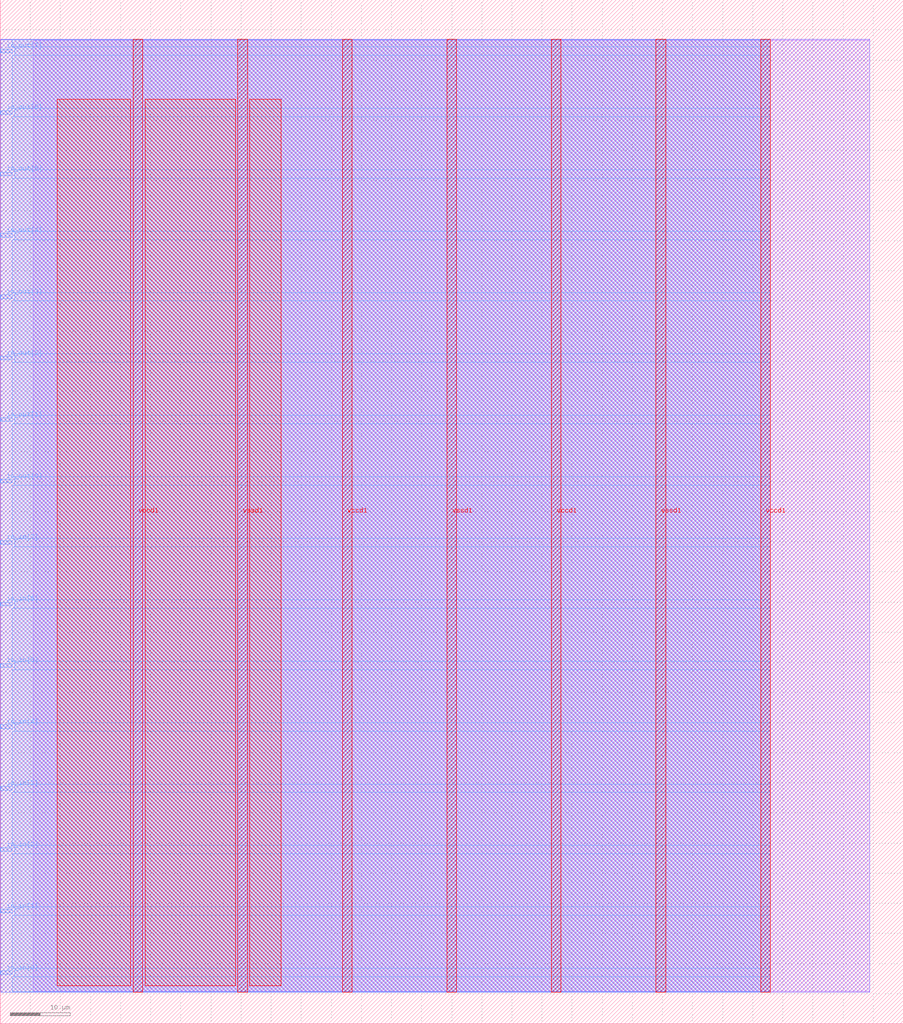
<source format=lef>
VERSION 5.7 ;
  NOWIREEXTENSIONATPIN ON ;
  DIVIDERCHAR "/" ;
  BUSBITCHARS "[]" ;
MACRO adamgreig_tt02_gps_ca_prn
  CLASS BLOCK ;
  FOREIGN adamgreig_tt02_gps_ca_prn ;
  ORIGIN 0.000 0.000 ;
  SIZE 150.000 BY 170.000 ;
  PIN io_in[0]
    DIRECTION INPUT ;
    USE SIGNAL ;
    PORT
      LAYER met3 ;
        RECT 0.000 8.200 2.000 8.800 ;
    END
  END io_in[0]
  PIN io_in[1]
    DIRECTION INPUT ;
    USE SIGNAL ;
    PORT
      LAYER met3 ;
        RECT 0.000 18.400 2.000 19.000 ;
    END
  END io_in[1]
  PIN io_in[2]
    DIRECTION INPUT ;
    USE SIGNAL ;
    PORT
      LAYER met3 ;
        RECT 0.000 28.600 2.000 29.200 ;
    END
  END io_in[2]
  PIN io_in[3]
    DIRECTION INPUT ;
    USE SIGNAL ;
    PORT
      LAYER met3 ;
        RECT 0.000 38.800 2.000 39.400 ;
    END
  END io_in[3]
  PIN io_in[4]
    DIRECTION INPUT ;
    USE SIGNAL ;
    PORT
      LAYER met3 ;
        RECT 0.000 49.000 2.000 49.600 ;
    END
  END io_in[4]
  PIN io_in[5]
    DIRECTION INPUT ;
    USE SIGNAL ;
    PORT
      LAYER met3 ;
        RECT 0.000 59.200 2.000 59.800 ;
    END
  END io_in[5]
  PIN io_in[6]
    DIRECTION INPUT ;
    USE SIGNAL ;
    PORT
      LAYER met3 ;
        RECT 0.000 69.400 2.000 70.000 ;
    END
  END io_in[6]
  PIN io_in[7]
    DIRECTION INPUT ;
    USE SIGNAL ;
    PORT
      LAYER met3 ;
        RECT 0.000 79.600 2.000 80.200 ;
    END
  END io_in[7]
  PIN io_out[0]
    DIRECTION OUTPUT TRISTATE ;
    USE SIGNAL ;
    PORT
      LAYER met3 ;
        RECT 0.000 89.800 2.000 90.400 ;
    END
  END io_out[0]
  PIN io_out[1]
    DIRECTION OUTPUT TRISTATE ;
    USE SIGNAL ;
    PORT
      LAYER met3 ;
        RECT 0.000 100.000 2.000 100.600 ;
    END
  END io_out[1]
  PIN io_out[2]
    DIRECTION OUTPUT TRISTATE ;
    USE SIGNAL ;
    PORT
      LAYER met3 ;
        RECT 0.000 110.200 2.000 110.800 ;
    END
  END io_out[2]
  PIN io_out[3]
    DIRECTION OUTPUT TRISTATE ;
    USE SIGNAL ;
    PORT
      LAYER met3 ;
        RECT 0.000 120.400 2.000 121.000 ;
    END
  END io_out[3]
  PIN io_out[4]
    DIRECTION OUTPUT TRISTATE ;
    USE SIGNAL ;
    PORT
      LAYER met3 ;
        RECT 0.000 130.600 2.000 131.200 ;
    END
  END io_out[4]
  PIN io_out[5]
    DIRECTION OUTPUT TRISTATE ;
    USE SIGNAL ;
    PORT
      LAYER met3 ;
        RECT 0.000 140.800 2.000 141.400 ;
    END
  END io_out[5]
  PIN io_out[6]
    DIRECTION OUTPUT TRISTATE ;
    USE SIGNAL ;
    PORT
      LAYER met3 ;
        RECT 0.000 151.000 2.000 151.600 ;
    END
  END io_out[6]
  PIN io_out[7]
    DIRECTION OUTPUT TRISTATE ;
    USE SIGNAL ;
    PORT
      LAYER met3 ;
        RECT 0.000 161.200 2.000 161.800 ;
    END
  END io_out[7]
  PIN vccd1
    DIRECTION INOUT ;
    USE POWER ;
    PORT
      LAYER met4 ;
        RECT 22.090 5.200 23.690 163.440 ;
    END
    PORT
      LAYER met4 ;
        RECT 56.830 5.200 58.430 163.440 ;
    END
    PORT
      LAYER met4 ;
        RECT 91.570 5.200 93.170 163.440 ;
    END
    PORT
      LAYER met4 ;
        RECT 126.310 5.200 127.910 163.440 ;
    END
  END vccd1
  PIN vssd1
    DIRECTION INOUT ;
    USE GROUND ;
    PORT
      LAYER met4 ;
        RECT 39.460 5.200 41.060 163.440 ;
    END
    PORT
      LAYER met4 ;
        RECT 74.200 5.200 75.800 163.440 ;
    END
    PORT
      LAYER met4 ;
        RECT 108.940 5.200 110.540 163.440 ;
    END
  END vssd1
  OBS
      LAYER li1 ;
        RECT 5.520 5.355 144.440 163.285 ;
      LAYER met1 ;
        RECT 0.070 5.200 144.440 163.440 ;
      LAYER met2 ;
        RECT 0.100 5.255 127.880 163.385 ;
      LAYER met3 ;
        RECT 2.000 162.200 127.900 163.365 ;
        RECT 2.400 160.800 127.900 162.200 ;
        RECT 2.000 152.000 127.900 160.800 ;
        RECT 2.400 150.600 127.900 152.000 ;
        RECT 2.000 141.800 127.900 150.600 ;
        RECT 2.400 140.400 127.900 141.800 ;
        RECT 2.000 131.600 127.900 140.400 ;
        RECT 2.400 130.200 127.900 131.600 ;
        RECT 2.000 121.400 127.900 130.200 ;
        RECT 2.400 120.000 127.900 121.400 ;
        RECT 2.000 111.200 127.900 120.000 ;
        RECT 2.400 109.800 127.900 111.200 ;
        RECT 2.000 101.000 127.900 109.800 ;
        RECT 2.400 99.600 127.900 101.000 ;
        RECT 2.000 90.800 127.900 99.600 ;
        RECT 2.400 89.400 127.900 90.800 ;
        RECT 2.000 80.600 127.900 89.400 ;
        RECT 2.400 79.200 127.900 80.600 ;
        RECT 2.000 70.400 127.900 79.200 ;
        RECT 2.400 69.000 127.900 70.400 ;
        RECT 2.000 60.200 127.900 69.000 ;
        RECT 2.400 58.800 127.900 60.200 ;
        RECT 2.000 50.000 127.900 58.800 ;
        RECT 2.400 48.600 127.900 50.000 ;
        RECT 2.000 39.800 127.900 48.600 ;
        RECT 2.400 38.400 127.900 39.800 ;
        RECT 2.000 29.600 127.900 38.400 ;
        RECT 2.400 28.200 127.900 29.600 ;
        RECT 2.000 19.400 127.900 28.200 ;
        RECT 2.400 18.000 127.900 19.400 ;
        RECT 2.000 9.200 127.900 18.000 ;
        RECT 2.400 7.800 127.900 9.200 ;
        RECT 2.000 5.275 127.900 7.800 ;
      LAYER met4 ;
        RECT 9.495 6.295 21.690 153.505 ;
        RECT 24.090 6.295 39.060 153.505 ;
        RECT 41.460 6.295 46.625 153.505 ;
  END
END adamgreig_tt02_gps_ca_prn
END LIBRARY


</source>
